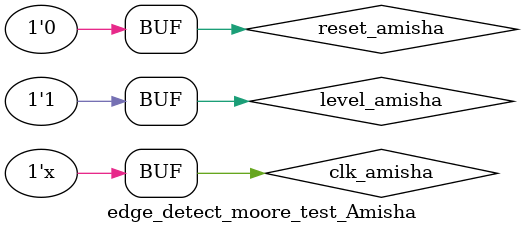
<source format=v>
`timescale 1ns / 1ps


module edge_detect_moore_test_Amisha;
	// Inputs
	reg clk_amisha;
	reg reset_amisha;
	reg level_amisha;
	// Outputs
	wire tick_amisha;
	// Instantiate the Unit Under Test (UUT)
	edge_detect_moore_Amisha uut (
		.clk_amisha(clk_amisha), 
		.reset_amisha(reset_amisha), 
		.level_amisha(level_amisha), 
		.tick_amisha(tick_amisha)
	);
	initial begin
		clk_amisha = 0;
		reset_amisha = 1;
		level_amisha = 0;
		#100;
		reset_amisha = 0;
		level_amisha = 0;
		#100;
		level_amisha = 1;
		#100;	
	end
always #50 clk_amisha = ~clk_amisha;      
endmodule


</source>
